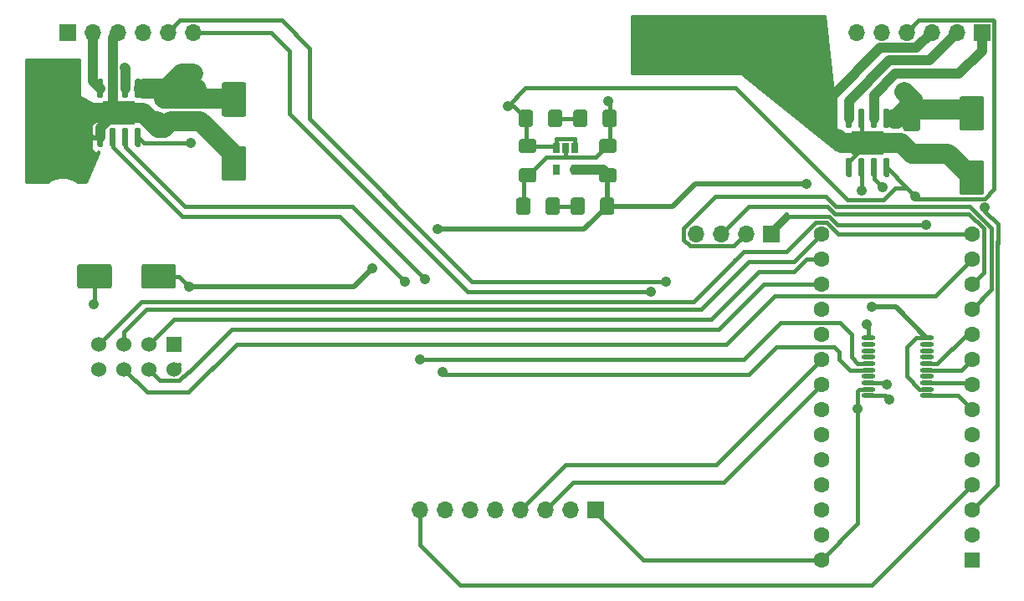
<source format=gbr>
%TF.GenerationSoftware,KiCad,Pcbnew,(5.1.6)-1*%
%TF.CreationDate,2021-03-05T09:23:02-07:00*%
%TF.ProjectId,Main Control Board,4d61696e-2043-46f6-9e74-726f6c20426f,rev?*%
%TF.SameCoordinates,Original*%
%TF.FileFunction,Copper,L1,Top*%
%TF.FilePolarity,Positive*%
%FSLAX46Y46*%
G04 Gerber Fmt 4.6, Leading zero omitted, Abs format (unit mm)*
G04 Created by KiCad (PCBNEW (5.1.6)-1) date 2021-03-05 09:23:02*
%MOMM*%
%LPD*%
G01*
G04 APERTURE LIST*
%TA.AperFunction,SMDPad,CuDef*%
%ADD10R,3.300000X2.410000*%
%TD*%
%TA.AperFunction,ComponentPad*%
%ADD11C,1.524000*%
%TD*%
%TA.AperFunction,ComponentPad*%
%ADD12R,1.524000X1.524000*%
%TD*%
%TA.AperFunction,ComponentPad*%
%ADD13C,1.600000*%
%TD*%
%TA.AperFunction,ComponentPad*%
%ADD14R,1.600000X1.600000*%
%TD*%
%TA.AperFunction,SMDPad,CuDef*%
%ADD15R,0.650000X1.060000*%
%TD*%
%TA.AperFunction,SMDPad,CuDef*%
%ADD16O,1.400000X0.449999*%
%TD*%
%TA.AperFunction,ComponentPad*%
%ADD17O,1.700000X1.700000*%
%TD*%
%TA.AperFunction,ComponentPad*%
%ADD18R,1.700000X1.700000*%
%TD*%
%TA.AperFunction,ViaPad*%
%ADD19C,1.050000*%
%TD*%
%TA.AperFunction,Conductor*%
%ADD20C,0.381000*%
%TD*%
%TA.AperFunction,Conductor*%
%ADD21C,2.000000*%
%TD*%
%TA.AperFunction,Conductor*%
%ADD22C,1.000000*%
%TD*%
%TA.AperFunction,Conductor*%
%ADD23C,0.500000*%
%TD*%
%TA.AperFunction,Conductor*%
%ADD24C,0.254000*%
%TD*%
G04 APERTURE END LIST*
D10*
%TO.P,U3,9*%
%TO.N,GND*%
X182245000Y-72904395D03*
%TO.P,U3,8*%
%TO.N,M2-*%
%TA.AperFunction,SMDPad,CuDef*%
G36*
G01*
X180490000Y-71404395D02*
X180190000Y-71404395D01*
G75*
G02*
X180040000Y-71254395I0J150000D01*
G01*
X180040000Y-69604395D01*
G75*
G02*
X180190000Y-69454395I150000J0D01*
G01*
X180490000Y-69454395D01*
G75*
G02*
X180640000Y-69604395I0J-150000D01*
G01*
X180640000Y-71254395D01*
G75*
G02*
X180490000Y-71404395I-150000J0D01*
G01*
G37*
%TD.AperFunction*%
%TO.P,U3,7*%
%TO.N,GND*%
%TA.AperFunction,SMDPad,CuDef*%
G36*
G01*
X181760000Y-71404395D02*
X181460000Y-71404395D01*
G75*
G02*
X181310000Y-71254395I0J150000D01*
G01*
X181310000Y-69604395D01*
G75*
G02*
X181460000Y-69454395I150000J0D01*
G01*
X181760000Y-69454395D01*
G75*
G02*
X181910000Y-69604395I0J-150000D01*
G01*
X181910000Y-71254395D01*
G75*
G02*
X181760000Y-71404395I-150000J0D01*
G01*
G37*
%TD.AperFunction*%
%TO.P,U3,6*%
%TO.N,M2+*%
%TA.AperFunction,SMDPad,CuDef*%
G36*
G01*
X183030000Y-71404395D02*
X182730000Y-71404395D01*
G75*
G02*
X182580000Y-71254395I0J150000D01*
G01*
X182580000Y-69604395D01*
G75*
G02*
X182730000Y-69454395I150000J0D01*
G01*
X183030000Y-69454395D01*
G75*
G02*
X183180000Y-69604395I0J-150000D01*
G01*
X183180000Y-71254395D01*
G75*
G02*
X183030000Y-71404395I-150000J0D01*
G01*
G37*
%TD.AperFunction*%
%TO.P,U3,5*%
%TO.N,+12V*%
%TA.AperFunction,SMDPad,CuDef*%
G36*
G01*
X184300000Y-71404395D02*
X184000000Y-71404395D01*
G75*
G02*
X183850000Y-71254395I0J150000D01*
G01*
X183850000Y-69604395D01*
G75*
G02*
X184000000Y-69454395I150000J0D01*
G01*
X184300000Y-69454395D01*
G75*
G02*
X184450000Y-69604395I0J-150000D01*
G01*
X184450000Y-71254395D01*
G75*
G02*
X184300000Y-71404395I-150000J0D01*
G01*
G37*
%TD.AperFunction*%
%TO.P,U3,4*%
%TO.N,+5V*%
%TA.AperFunction,SMDPad,CuDef*%
G36*
G01*
X184300000Y-76354395D02*
X184000000Y-76354395D01*
G75*
G02*
X183850000Y-76204395I0J150000D01*
G01*
X183850000Y-74554395D01*
G75*
G02*
X184000000Y-74404395I150000J0D01*
G01*
X184300000Y-74404395D01*
G75*
G02*
X184450000Y-74554395I0J-150000D01*
G01*
X184450000Y-76204395D01*
G75*
G02*
X184300000Y-76354395I-150000J0D01*
G01*
G37*
%TD.AperFunction*%
%TO.P,U3,3*%
%TO.N,M2_IN1*%
%TA.AperFunction,SMDPad,CuDef*%
G36*
G01*
X183030000Y-76354395D02*
X182730000Y-76354395D01*
G75*
G02*
X182580000Y-76204395I0J150000D01*
G01*
X182580000Y-74554395D01*
G75*
G02*
X182730000Y-74404395I150000J0D01*
G01*
X183030000Y-74404395D01*
G75*
G02*
X183180000Y-74554395I0J-150000D01*
G01*
X183180000Y-76204395D01*
G75*
G02*
X183030000Y-76354395I-150000J0D01*
G01*
G37*
%TD.AperFunction*%
%TO.P,U3,2*%
%TO.N,M2_IN2*%
%TA.AperFunction,SMDPad,CuDef*%
G36*
G01*
X181760000Y-76354395D02*
X181460000Y-76354395D01*
G75*
G02*
X181310000Y-76204395I0J150000D01*
G01*
X181310000Y-74554395D01*
G75*
G02*
X181460000Y-74404395I150000J0D01*
G01*
X181760000Y-74404395D01*
G75*
G02*
X181910000Y-74554395I0J-150000D01*
G01*
X181910000Y-76204395D01*
G75*
G02*
X181760000Y-76354395I-150000J0D01*
G01*
G37*
%TD.AperFunction*%
%TO.P,U3,1*%
%TO.N,GND*%
%TA.AperFunction,SMDPad,CuDef*%
G36*
G01*
X180490000Y-76354395D02*
X180190000Y-76354395D01*
G75*
G02*
X180040000Y-76204395I0J150000D01*
G01*
X180040000Y-74554395D01*
G75*
G02*
X180190000Y-74404395I150000J0D01*
G01*
X180490000Y-74404395D01*
G75*
G02*
X180640000Y-74554395I0J-150000D01*
G01*
X180640000Y-76204395D01*
G75*
G02*
X180490000Y-76354395I-150000J0D01*
G01*
G37*
%TD.AperFunction*%
%TD*%
D11*
%TO.P,U5,8*%
%TO.N,N/C*%
X180160395Y-98880395D03*
%TO.P,U5,7*%
%TO.N,MISO*%
X180160395Y-96340395D03*
%TO.P,U5,6*%
%TO.N,MOSI*%
X182700395Y-98880395D03*
%TO.P,U5,5*%
%TO.N,SCK*%
X182700395Y-96340395D03*
%TO.P,U5,4*%
%TO.N,CSN*%
X185240395Y-98880395D03*
%TO.P,U5,3*%
%TO.N,CE*%
X185240395Y-96340395D03*
%TO.P,U5,2*%
%TO.N,+3V3*%
X187780395Y-98880395D03*
D12*
%TO.P,U5,1*%
%TO.N,GND*%
X187780395Y-96340395D03*
%TD*%
D13*
%TO.P,U1,20*%
%TO.N,SCK*%
X253312395Y-85164395D03*
%TO.P,U1,14*%
%TO.N,MISO*%
X268552395Y-85164395D03*
%TO.P,U1,21*%
%TO.N,CE*%
X253312395Y-87704395D03*
%TO.P,U1,22*%
%TO.N,CSN*%
X253312395Y-90244395D03*
%TO.P,U1,23*%
%TO.N,M2_ENCA*%
X253312395Y-92784395D03*
%TO.P,U1,24*%
%TO.N,M2_ENCB*%
X253312395Y-95324395D03*
%TO.P,U1,25*%
%TO.N,MPU_SDA*%
X253312395Y-97864395D03*
%TO.P,U1,26*%
%TO.N,MPU_SCL*%
X253312395Y-100404395D03*
%TO.P,U1,27*%
%TO.N,M1_ENCA*%
X253312395Y-102944395D03*
%TO.P,U1,28*%
%TO.N,M1_ENCB*%
X253312395Y-105484395D03*
%TO.P,U1,29*%
%TO.N,N/C*%
X253312395Y-108024395D03*
%TO.P,U1,30*%
X253312395Y-110564395D03*
%TO.P,U1,31*%
X253312395Y-113104395D03*
%TO.P,U1,32*%
%TO.N,GND*%
X253312395Y-115644395D03*
%TO.P,U1,33*%
%TO.N,+5V*%
X253312395Y-118184395D03*
%TO.P,U1,13*%
%TO.N,MOSI*%
X268552395Y-87704395D03*
%TO.P,U1,12*%
%TO.N,PAYLOAD_SDA*%
X268552395Y-90244395D03*
%TO.P,U1,11*%
%TO.N,PAYLOAD_SCL*%
X268552395Y-92784395D03*
%TO.P,U1,10*%
%TO.N,MCU_M2_IN2*%
X268552395Y-95324395D03*
%TO.P,U1,9*%
%TO.N,MCU_M2_IN1*%
X268552395Y-97864395D03*
%TO.P,U1,8*%
%TO.N,MCU_M1_IN2*%
X268552395Y-100404395D03*
%TO.P,U1,7*%
%TO.N,MCU_M1_IN1*%
X268552395Y-102944395D03*
%TO.P,U1,6*%
%TO.N,N/C*%
X268552395Y-105484395D03*
%TO.P,U1,5*%
X268552395Y-108024395D03*
%TO.P,U1,4*%
%TO.N,MPU_INT*%
X268552395Y-110564395D03*
%TO.P,U1,3*%
%TO.N,PAYLOAD_SHUTDOWN*%
X268552395Y-113104395D03*
%TO.P,U1,2*%
%TO.N,N/C*%
X268552395Y-115644395D03*
D14*
%TO.P,U1,1*%
%TO.N,GND*%
X268552395Y-118184395D03*
%TD*%
%TO.P,C5,2*%
%TO.N,GND*%
%TA.AperFunction,SMDPad,CuDef*%
G36*
G01*
X181506395Y-88482395D02*
X181506395Y-90482395D01*
G75*
G02*
X181256395Y-90732395I-250000J0D01*
G01*
X178256395Y-90732395D01*
G75*
G02*
X178006395Y-90482395I0J250000D01*
G01*
X178006395Y-88482395D01*
G75*
G02*
X178256395Y-88232395I250000J0D01*
G01*
X181256395Y-88232395D01*
G75*
G02*
X181506395Y-88482395I0J-250000D01*
G01*
G37*
%TD.AperFunction*%
%TO.P,C5,1*%
%TO.N,+3V3*%
%TA.AperFunction,SMDPad,CuDef*%
G36*
G01*
X188006395Y-88482395D02*
X188006395Y-90482395D01*
G75*
G02*
X187756395Y-90732395I-250000J0D01*
G01*
X184756395Y-90732395D01*
G75*
G02*
X184506395Y-90482395I0J250000D01*
G01*
X184506395Y-88482395D01*
G75*
G02*
X184756395Y-88232395I250000J0D01*
G01*
X187756395Y-88232395D01*
G75*
G02*
X188006395Y-88482395I0J-250000D01*
G01*
G37*
%TD.AperFunction*%
%TD*%
D15*
%TO.P,U6,5*%
%TO.N,+3V3*%
X228367095Y-78664895D03*
%TO.P,U6,4*%
%TO.N,N/C*%
X226467095Y-78664895D03*
%TO.P,U6,3*%
%TO.N,+5V*%
X226467095Y-76464895D03*
%TO.P,U6,2*%
%TO.N,GND*%
X227417095Y-76464895D03*
%TO.P,U6,1*%
%TO.N,+5V*%
X228367095Y-76464895D03*
%TD*%
D16*
%TO.P,U4,20*%
%TO.N,M1_IN1*%
X258080394Y-101562396D03*
%TO.P,U4,19*%
%TO.N,+5V*%
X258080394Y-100912395D03*
%TO.P,U4,18*%
%TO.N,M1_IN2*%
X258080394Y-100262396D03*
%TO.P,U4,17*%
%TO.N,N/C*%
X258080394Y-99612395D03*
%TO.P,U4,16*%
%TO.N,M2_IN1*%
X258080394Y-98962396D03*
%TO.P,U4,15*%
%TO.N,M2_IN2*%
X258080394Y-98312395D03*
%TO.P,U4,14*%
%TO.N,N/C*%
X258080394Y-97662396D03*
%TO.P,U4,13*%
X258080394Y-97012395D03*
%TO.P,U4,12*%
X258080394Y-96362396D03*
%TO.P,U4,11*%
%TO.N,GND*%
X258080394Y-95712395D03*
%TO.P,U4,10*%
%TO.N,+3V3*%
X263980395Y-95712395D03*
%TO.P,U4,9*%
%TO.N,N/C*%
X263980395Y-96362396D03*
%TO.P,U4,8*%
X263980395Y-97012395D03*
%TO.P,U4,7*%
X263980395Y-97662396D03*
%TO.P,U4,6*%
%TO.N,MCU_M2_IN2*%
X263980395Y-98312395D03*
%TO.P,U4,5*%
%TO.N,MCU_M2_IN1*%
X263980395Y-98962396D03*
%TO.P,U4,4*%
%TO.N,N/C*%
X263980395Y-99612395D03*
%TO.P,U4,3*%
%TO.N,MCU_M1_IN2*%
X263980395Y-100262396D03*
%TO.P,U4,2*%
%TO.N,+3V3*%
X263980395Y-100912395D03*
%TO.P,U4,1*%
%TO.N,MCU_M1_IN1*%
X263980395Y-101562396D03*
%TD*%
D10*
%TO.P,U2,9*%
%TO.N,GND*%
X258011395Y-75955395D03*
%TO.P,U2,8*%
%TO.N,M1-*%
%TA.AperFunction,SMDPad,CuDef*%
G36*
G01*
X256256395Y-74455395D02*
X255956395Y-74455395D01*
G75*
G02*
X255806395Y-74305395I0J150000D01*
G01*
X255806395Y-72655395D01*
G75*
G02*
X255956395Y-72505395I150000J0D01*
G01*
X256256395Y-72505395D01*
G75*
G02*
X256406395Y-72655395I0J-150000D01*
G01*
X256406395Y-74305395D01*
G75*
G02*
X256256395Y-74455395I-150000J0D01*
G01*
G37*
%TD.AperFunction*%
%TO.P,U2,7*%
%TO.N,GND*%
%TA.AperFunction,SMDPad,CuDef*%
G36*
G01*
X257526395Y-74455395D02*
X257226395Y-74455395D01*
G75*
G02*
X257076395Y-74305395I0J150000D01*
G01*
X257076395Y-72655395D01*
G75*
G02*
X257226395Y-72505395I150000J0D01*
G01*
X257526395Y-72505395D01*
G75*
G02*
X257676395Y-72655395I0J-150000D01*
G01*
X257676395Y-74305395D01*
G75*
G02*
X257526395Y-74455395I-150000J0D01*
G01*
G37*
%TD.AperFunction*%
%TO.P,U2,6*%
%TO.N,M1+*%
%TA.AperFunction,SMDPad,CuDef*%
G36*
G01*
X258796395Y-74455395D02*
X258496395Y-74455395D01*
G75*
G02*
X258346395Y-74305395I0J150000D01*
G01*
X258346395Y-72655395D01*
G75*
G02*
X258496395Y-72505395I150000J0D01*
G01*
X258796395Y-72505395D01*
G75*
G02*
X258946395Y-72655395I0J-150000D01*
G01*
X258946395Y-74305395D01*
G75*
G02*
X258796395Y-74455395I-150000J0D01*
G01*
G37*
%TD.AperFunction*%
%TO.P,U2,5*%
%TO.N,+12V*%
%TA.AperFunction,SMDPad,CuDef*%
G36*
G01*
X260066395Y-74455395D02*
X259766395Y-74455395D01*
G75*
G02*
X259616395Y-74305395I0J150000D01*
G01*
X259616395Y-72655395D01*
G75*
G02*
X259766395Y-72505395I150000J0D01*
G01*
X260066395Y-72505395D01*
G75*
G02*
X260216395Y-72655395I0J-150000D01*
G01*
X260216395Y-74305395D01*
G75*
G02*
X260066395Y-74455395I-150000J0D01*
G01*
G37*
%TD.AperFunction*%
%TO.P,U2,4*%
%TO.N,+5V*%
%TA.AperFunction,SMDPad,CuDef*%
G36*
G01*
X260066395Y-79405395D02*
X259766395Y-79405395D01*
G75*
G02*
X259616395Y-79255395I0J150000D01*
G01*
X259616395Y-77605395D01*
G75*
G02*
X259766395Y-77455395I150000J0D01*
G01*
X260066395Y-77455395D01*
G75*
G02*
X260216395Y-77605395I0J-150000D01*
G01*
X260216395Y-79255395D01*
G75*
G02*
X260066395Y-79405395I-150000J0D01*
G01*
G37*
%TD.AperFunction*%
%TO.P,U2,3*%
%TO.N,M1_IN1*%
%TA.AperFunction,SMDPad,CuDef*%
G36*
G01*
X258796395Y-79405395D02*
X258496395Y-79405395D01*
G75*
G02*
X258346395Y-79255395I0J150000D01*
G01*
X258346395Y-77605395D01*
G75*
G02*
X258496395Y-77455395I150000J0D01*
G01*
X258796395Y-77455395D01*
G75*
G02*
X258946395Y-77605395I0J-150000D01*
G01*
X258946395Y-79255395D01*
G75*
G02*
X258796395Y-79405395I-150000J0D01*
G01*
G37*
%TD.AperFunction*%
%TO.P,U2,2*%
%TO.N,M1_IN2*%
%TA.AperFunction,SMDPad,CuDef*%
G36*
G01*
X257526395Y-79405395D02*
X257226395Y-79405395D01*
G75*
G02*
X257076395Y-79255395I0J150000D01*
G01*
X257076395Y-77605395D01*
G75*
G02*
X257226395Y-77455395I150000J0D01*
G01*
X257526395Y-77455395D01*
G75*
G02*
X257676395Y-77605395I0J-150000D01*
G01*
X257676395Y-79255395D01*
G75*
G02*
X257526395Y-79405395I-150000J0D01*
G01*
G37*
%TD.AperFunction*%
%TO.P,U2,1*%
%TO.N,GND*%
%TA.AperFunction,SMDPad,CuDef*%
G36*
G01*
X256256395Y-79405395D02*
X255956395Y-79405395D01*
G75*
G02*
X255806395Y-79255395I0J150000D01*
G01*
X255806395Y-77605395D01*
G75*
G02*
X255956395Y-77455395I150000J0D01*
G01*
X256256395Y-77455395D01*
G75*
G02*
X256406395Y-77605395I0J-150000D01*
G01*
X256406395Y-79255395D01*
G75*
G02*
X256256395Y-79405395I-150000J0D01*
G01*
G37*
%TD.AperFunction*%
%TD*%
%TO.P,R2,2*%
%TO.N,Net-(D2-Pad2)*%
%TA.AperFunction,SMDPad,CuDef*%
G36*
G01*
X229386895Y-81745395D02*
X229386895Y-82995395D01*
G75*
G02*
X229136895Y-83245395I-250000J0D01*
G01*
X228211895Y-83245395D01*
G75*
G02*
X227961895Y-82995395I0J250000D01*
G01*
X227961895Y-81745395D01*
G75*
G02*
X228211895Y-81495395I250000J0D01*
G01*
X229136895Y-81495395D01*
G75*
G02*
X229386895Y-81745395I0J-250000D01*
G01*
G37*
%TD.AperFunction*%
%TO.P,R2,1*%
%TO.N,+3V3*%
%TA.AperFunction,SMDPad,CuDef*%
G36*
G01*
X232361895Y-81745395D02*
X232361895Y-82995395D01*
G75*
G02*
X232111895Y-83245395I-250000J0D01*
G01*
X231186895Y-83245395D01*
G75*
G02*
X230936895Y-82995395I0J250000D01*
G01*
X230936895Y-81745395D01*
G75*
G02*
X231186895Y-81495395I250000J0D01*
G01*
X232111895Y-81495395D01*
G75*
G02*
X232361895Y-81745395I0J-250000D01*
G01*
G37*
%TD.AperFunction*%
%TD*%
%TO.P,R1,2*%
%TO.N,Net-(D1-Pad2)*%
%TA.AperFunction,SMDPad,CuDef*%
G36*
G01*
X225675895Y-74105395D02*
X225675895Y-72855395D01*
G75*
G02*
X225925895Y-72605395I250000J0D01*
G01*
X226850895Y-72605395D01*
G75*
G02*
X227100895Y-72855395I0J-250000D01*
G01*
X227100895Y-74105395D01*
G75*
G02*
X226850895Y-74355395I-250000J0D01*
G01*
X225925895Y-74355395D01*
G75*
G02*
X225675895Y-74105395I0J250000D01*
G01*
G37*
%TD.AperFunction*%
%TO.P,R1,1*%
%TO.N,+5V*%
%TA.AperFunction,SMDPad,CuDef*%
G36*
G01*
X222700895Y-74105395D02*
X222700895Y-72855395D01*
G75*
G02*
X222950895Y-72605395I250000J0D01*
G01*
X223875895Y-72605395D01*
G75*
G02*
X224125895Y-72855395I0J-250000D01*
G01*
X224125895Y-74105395D01*
G75*
G02*
X223875895Y-74355395I-250000J0D01*
G01*
X222950895Y-74355395D01*
G75*
G02*
X222700895Y-74105395I0J250000D01*
G01*
G37*
%TD.AperFunction*%
%TD*%
D17*
%TO.P,J5,4*%
%TO.N,GND*%
X240612395Y-85164395D03*
%TO.P,J5,3*%
%TO.N,PAYLOAD_SDA*%
X243152395Y-85164395D03*
%TO.P,J5,2*%
%TO.N,PAYLOAD_SCL*%
X245692395Y-85164395D03*
D18*
%TO.P,J5,1*%
%TO.N,PAYLOAD_SHUTDOWN*%
X248232395Y-85164395D03*
%TD*%
D17*
%TO.P,J3,6*%
%TO.N,M2_ENCB*%
X189732395Y-64804395D03*
%TO.P,J3,5*%
%TO.N,M2_ENCA*%
X187192395Y-64804395D03*
%TO.P,J3,4*%
%TO.N,+5V*%
X184652395Y-64804395D03*
%TO.P,J3,3*%
%TO.N,GND*%
X182112395Y-64804395D03*
%TO.P,J3,2*%
%TO.N,M2-*%
X179572395Y-64804395D03*
D18*
%TO.P,J3,1*%
%TO.N,M2+*%
X177032395Y-64804395D03*
%TD*%
D17*
%TO.P,J2,8*%
%TO.N,MPU_INT*%
X212672395Y-113104395D03*
%TO.P,J2,7*%
%TO.N,N/C*%
X215212395Y-113104395D03*
%TO.P,J2,6*%
X217752395Y-113104395D03*
%TO.P,J2,5*%
X220292395Y-113104395D03*
%TO.P,J2,4*%
%TO.N,MPU_SDA*%
X222832395Y-113104395D03*
%TO.P,J2,3*%
%TO.N,MPU_SCL*%
X225372395Y-113104395D03*
%TO.P,J2,2*%
%TO.N,GND*%
X227912395Y-113104395D03*
D18*
%TO.P,J2,1*%
%TO.N,+5V*%
X230452395Y-113104395D03*
%TD*%
D17*
%TO.P,J1,6*%
%TO.N,M1_ENCB*%
X256872395Y-64804395D03*
%TO.P,J1,5*%
%TO.N,M1_ENCA*%
X259412395Y-64804395D03*
%TO.P,J1,4*%
%TO.N,+5V*%
X261952395Y-64804395D03*
%TO.P,J1,3*%
%TO.N,GND*%
X264492395Y-64804395D03*
%TO.P,J1,2*%
%TO.N,M1-*%
X267032395Y-64804395D03*
D18*
%TO.P,J1,1*%
%TO.N,M1+*%
X269572395Y-64804395D03*
%TD*%
%TO.P,D2,2*%
%TO.N,Net-(D2-Pad2)*%
%TA.AperFunction,SMDPad,CuDef*%
G36*
G01*
X225421895Y-82995395D02*
X225421895Y-81745395D01*
G75*
G02*
X225671895Y-81495395I250000J0D01*
G01*
X226596895Y-81495395D01*
G75*
G02*
X226846895Y-81745395I0J-250000D01*
G01*
X226846895Y-82995395D01*
G75*
G02*
X226596895Y-83245395I-250000J0D01*
G01*
X225671895Y-83245395D01*
G75*
G02*
X225421895Y-82995395I0J250000D01*
G01*
G37*
%TD.AperFunction*%
%TO.P,D2,1*%
%TO.N,GND*%
%TA.AperFunction,SMDPad,CuDef*%
G36*
G01*
X222446895Y-82995395D02*
X222446895Y-81745395D01*
G75*
G02*
X222696895Y-81495395I250000J0D01*
G01*
X223621895Y-81495395D01*
G75*
G02*
X223871895Y-81745395I0J-250000D01*
G01*
X223871895Y-82995395D01*
G75*
G02*
X223621895Y-83245395I-250000J0D01*
G01*
X222696895Y-83245395D01*
G75*
G02*
X222446895Y-82995395I0J250000D01*
G01*
G37*
%TD.AperFunction*%
%TD*%
%TO.P,D1,2*%
%TO.N,Net-(D1-Pad2)*%
%TA.AperFunction,SMDPad,CuDef*%
G36*
G01*
X229640895Y-72855395D02*
X229640895Y-74105395D01*
G75*
G02*
X229390895Y-74355395I-250000J0D01*
G01*
X228465895Y-74355395D01*
G75*
G02*
X228215895Y-74105395I0J250000D01*
G01*
X228215895Y-72855395D01*
G75*
G02*
X228465895Y-72605395I250000J0D01*
G01*
X229390895Y-72605395D01*
G75*
G02*
X229640895Y-72855395I0J-250000D01*
G01*
G37*
%TD.AperFunction*%
%TO.P,D1,1*%
%TO.N,GND*%
%TA.AperFunction,SMDPad,CuDef*%
G36*
G01*
X232615895Y-72855395D02*
X232615895Y-74105395D01*
G75*
G02*
X232365895Y-74355395I-250000J0D01*
G01*
X231440895Y-74355395D01*
G75*
G02*
X231190895Y-74105395I0J250000D01*
G01*
X231190895Y-72855395D01*
G75*
G02*
X231440895Y-72605395I250000J0D01*
G01*
X232365895Y-72605395D01*
G75*
G02*
X232615895Y-72855395I0J-250000D01*
G01*
G37*
%TD.AperFunction*%
%TD*%
%TO.P,C7,2*%
%TO.N,GND*%
%TA.AperFunction,SMDPad,CuDef*%
G36*
G01*
X232347395Y-76986895D02*
X231097395Y-76986895D01*
G75*
G02*
X230847395Y-76736895I0J250000D01*
G01*
X230847395Y-75811895D01*
G75*
G02*
X231097395Y-75561895I250000J0D01*
G01*
X232347395Y-75561895D01*
G75*
G02*
X232597395Y-75811895I0J-250000D01*
G01*
X232597395Y-76736895D01*
G75*
G02*
X232347395Y-76986895I-250000J0D01*
G01*
G37*
%TD.AperFunction*%
%TO.P,C7,1*%
%TO.N,+3V3*%
%TA.AperFunction,SMDPad,CuDef*%
G36*
G01*
X232347395Y-79961895D02*
X231097395Y-79961895D01*
G75*
G02*
X230847395Y-79711895I0J250000D01*
G01*
X230847395Y-78786895D01*
G75*
G02*
X231097395Y-78536895I250000J0D01*
G01*
X232347395Y-78536895D01*
G75*
G02*
X232597395Y-78786895I0J-250000D01*
G01*
X232597395Y-79711895D01*
G75*
G02*
X232347395Y-79961895I-250000J0D01*
G01*
G37*
%TD.AperFunction*%
%TD*%
%TO.P,C6,2*%
%TO.N,GND*%
%TA.AperFunction,SMDPad,CuDef*%
G36*
G01*
X222969395Y-78536895D02*
X224219395Y-78536895D01*
G75*
G02*
X224469395Y-78786895I0J-250000D01*
G01*
X224469395Y-79711895D01*
G75*
G02*
X224219395Y-79961895I-250000J0D01*
G01*
X222969395Y-79961895D01*
G75*
G02*
X222719395Y-79711895I0J250000D01*
G01*
X222719395Y-78786895D01*
G75*
G02*
X222969395Y-78536895I250000J0D01*
G01*
G37*
%TD.AperFunction*%
%TO.P,C6,1*%
%TO.N,+5V*%
%TA.AperFunction,SMDPad,CuDef*%
G36*
G01*
X222969395Y-75561895D02*
X224219395Y-75561895D01*
G75*
G02*
X224469395Y-75811895I0J-250000D01*
G01*
X224469395Y-76736895D01*
G75*
G02*
X224219395Y-76986895I-250000J0D01*
G01*
X222969395Y-76986895D01*
G75*
G02*
X222719395Y-76736895I0J250000D01*
G01*
X222719395Y-75811895D01*
G75*
G02*
X222969395Y-75561895I250000J0D01*
G01*
G37*
%TD.AperFunction*%
%TD*%
%TO.P,C4,2*%
%TO.N,GND*%
%TA.AperFunction,SMDPad,CuDef*%
G36*
G01*
X192876395Y-76302395D02*
X194876395Y-76302395D01*
G75*
G02*
X195126395Y-76552395I0J-250000D01*
G01*
X195126395Y-79552395D01*
G75*
G02*
X194876395Y-79802395I-250000J0D01*
G01*
X192876395Y-79802395D01*
G75*
G02*
X192626395Y-79552395I0J250000D01*
G01*
X192626395Y-76552395D01*
G75*
G02*
X192876395Y-76302395I250000J0D01*
G01*
G37*
%TD.AperFunction*%
%TO.P,C4,1*%
%TO.N,+12V*%
%TA.AperFunction,SMDPad,CuDef*%
G36*
G01*
X192876395Y-69802395D02*
X194876395Y-69802395D01*
G75*
G02*
X195126395Y-70052395I0J-250000D01*
G01*
X195126395Y-73052395D01*
G75*
G02*
X194876395Y-73302395I-250000J0D01*
G01*
X192876395Y-73302395D01*
G75*
G02*
X192626395Y-73052395I0J250000D01*
G01*
X192626395Y-70052395D01*
G75*
G02*
X192876395Y-69802395I250000J0D01*
G01*
G37*
%TD.AperFunction*%
%TD*%
%TO.P,C3,2*%
%TO.N,GND*%
%TA.AperFunction,SMDPad,CuDef*%
G36*
G01*
X186139395Y-73710895D02*
X187389395Y-73710895D01*
G75*
G02*
X187639395Y-73960895I0J-250000D01*
G01*
X187639395Y-74885895D01*
G75*
G02*
X187389395Y-75135895I-250000J0D01*
G01*
X186139395Y-75135895D01*
G75*
G02*
X185889395Y-74885895I0J250000D01*
G01*
X185889395Y-73960895D01*
G75*
G02*
X186139395Y-73710895I250000J0D01*
G01*
G37*
%TD.AperFunction*%
%TO.P,C3,1*%
%TO.N,+12V*%
%TA.AperFunction,SMDPad,CuDef*%
G36*
G01*
X186139395Y-70735895D02*
X187389395Y-70735895D01*
G75*
G02*
X187639395Y-70985895I0J-250000D01*
G01*
X187639395Y-71910895D01*
G75*
G02*
X187389395Y-72160895I-250000J0D01*
G01*
X186139395Y-72160895D01*
G75*
G02*
X185889395Y-71910895I0J250000D01*
G01*
X185889395Y-70985895D01*
G75*
G02*
X186139395Y-70735895I250000J0D01*
G01*
G37*
%TD.AperFunction*%
%TD*%
%TO.P,C2,2*%
%TO.N,GND*%
%TA.AperFunction,SMDPad,CuDef*%
G36*
G01*
X267552395Y-77722395D02*
X269552395Y-77722395D01*
G75*
G02*
X269802395Y-77972395I0J-250000D01*
G01*
X269802395Y-80972395D01*
G75*
G02*
X269552395Y-81222395I-250000J0D01*
G01*
X267552395Y-81222395D01*
G75*
G02*
X267302395Y-80972395I0J250000D01*
G01*
X267302395Y-77972395D01*
G75*
G02*
X267552395Y-77722395I250000J0D01*
G01*
G37*
%TD.AperFunction*%
%TO.P,C2,1*%
%TO.N,+12V*%
%TA.AperFunction,SMDPad,CuDef*%
G36*
G01*
X267552395Y-71222395D02*
X269552395Y-71222395D01*
G75*
G02*
X269802395Y-71472395I0J-250000D01*
G01*
X269802395Y-74472395D01*
G75*
G02*
X269552395Y-74722395I-250000J0D01*
G01*
X267552395Y-74722395D01*
G75*
G02*
X267302395Y-74472395I0J250000D01*
G01*
X267302395Y-71472395D01*
G75*
G02*
X267552395Y-71222395I250000J0D01*
G01*
G37*
%TD.AperFunction*%
%TD*%
%TO.P,C1,2*%
%TO.N,GND*%
%TA.AperFunction,SMDPad,CuDef*%
G36*
G01*
X261831395Y-76323895D02*
X263081395Y-76323895D01*
G75*
G02*
X263331395Y-76573895I0J-250000D01*
G01*
X263331395Y-77498895D01*
G75*
G02*
X263081395Y-77748895I-250000J0D01*
G01*
X261831395Y-77748895D01*
G75*
G02*
X261581395Y-77498895I0J250000D01*
G01*
X261581395Y-76573895D01*
G75*
G02*
X261831395Y-76323895I250000J0D01*
G01*
G37*
%TD.AperFunction*%
%TO.P,C1,1*%
%TO.N,+12V*%
%TA.AperFunction,SMDPad,CuDef*%
G36*
G01*
X261831395Y-73348895D02*
X263081395Y-73348895D01*
G75*
G02*
X263331395Y-73598895I0J-250000D01*
G01*
X263331395Y-74523895D01*
G75*
G02*
X263081395Y-74773895I-250000J0D01*
G01*
X261831395Y-74773895D01*
G75*
G02*
X261581395Y-74523895I0J250000D01*
G01*
X261581395Y-73598895D01*
G75*
G02*
X261831395Y-73348895I250000J0D01*
G01*
G37*
%TD.AperFunction*%
%TD*%
D19*
%TO.N,GND*%
X257884395Y-94308395D03*
X179652395Y-92276395D03*
X231722395Y-71702395D03*
X260362395Y-75955395D03*
X255663395Y-75955395D03*
X184673395Y-72904395D03*
X179901895Y-72904395D03*
%TO.N,+12V*%
X188605895Y-68908395D03*
X189812395Y-68908395D03*
X262646895Y-71765895D03*
X261694395Y-70813395D03*
%TO.N,+3V3*%
X189304395Y-90498395D03*
X207846395Y-88656895D03*
X214513895Y-84719895D03*
X251851895Y-80084395D03*
X258455895Y-92593895D03*
%TO.N,+5V*%
X221562395Y-72210395D03*
X189494895Y-75956895D03*
X262838895Y-81352895D03*
X256989885Y-102886405D03*
%TO.N,M2_ENCB*%
X236040395Y-91006395D03*
%TO.N,M2_ENCA*%
X237564395Y-89990395D03*
%TO.N,M2+*%
X182835010Y-68364428D03*
%TO.N,PAYLOAD_SHUTDOWN*%
X269823373Y-82528398D03*
X263942996Y-84248885D03*
%TO.N,M1_IN1*%
X260170395Y-101928395D03*
X259554781Y-80484781D03*
%TO.N,M1_IN2*%
X259916395Y-100404395D03*
X257444521Y-80819885D03*
%TO.N,M2_IN1*%
X213180395Y-89736395D03*
X214958395Y-99134395D03*
%TO.N,M2_IN2*%
X211148395Y-89990395D03*
X212672395Y-97864395D03*
%TD*%
D20*
%TO.N,GND*%
X227417095Y-77375895D02*
X227426596Y-77385396D01*
X230484394Y-77385396D02*
X231722395Y-76147395D01*
X227426596Y-77385396D02*
X230484394Y-77385396D01*
X227417095Y-76464895D02*
X227417095Y-77375895D01*
X225458394Y-77385396D02*
X223594395Y-79249395D01*
X227407594Y-77385396D02*
X225458394Y-77385396D01*
X227417095Y-77375895D02*
X227407594Y-77385396D01*
X223159395Y-79684395D02*
X223594395Y-79249395D01*
X223159395Y-82370395D02*
X223159395Y-79684395D01*
X256106395Y-77860395D02*
X258011395Y-75955395D01*
X256106395Y-78430395D02*
X256106395Y-77860395D01*
X257376395Y-75320395D02*
X258011395Y-75955395D01*
X257376395Y-73480395D02*
X257376395Y-75320395D01*
X180922395Y-89482395D02*
X179756395Y-89482395D01*
X258080394Y-95712395D02*
X258080394Y-94504394D01*
X258080394Y-94504394D02*
X257884395Y-94308395D01*
X179756395Y-89482395D02*
X179756395Y-92172395D01*
X179756395Y-92172395D02*
X179652395Y-92276395D01*
X231903395Y-76093395D02*
X231722395Y-76274395D01*
X231903395Y-73480395D02*
X231903395Y-76093395D01*
X231903395Y-73480395D02*
X231903395Y-71883395D01*
X231903395Y-71883395D02*
X231722395Y-71702395D01*
D21*
X261375395Y-75955395D02*
X262456395Y-77036395D01*
X258011395Y-75955395D02*
X260362395Y-75955395D01*
X266116395Y-77036395D02*
X268552395Y-79472395D01*
X262456395Y-77036395D02*
X266116395Y-77036395D01*
D22*
X262942394Y-66354396D02*
X259295394Y-66354396D01*
X264492395Y-64804395D02*
X262942394Y-66354396D01*
X259295394Y-66354396D02*
X254455395Y-71194395D01*
X255361395Y-75955395D02*
X255663395Y-75955395D01*
X254455395Y-71194395D02*
X254455395Y-75049395D01*
D21*
X260362395Y-75955395D02*
X261375395Y-75955395D01*
D22*
X255663395Y-75955395D02*
X258011395Y-75955395D01*
D21*
X182245000Y-72904395D02*
X179901895Y-72904395D01*
X179901895Y-72904395D02*
X184355895Y-72904395D01*
D20*
X184355895Y-72904395D02*
X184673395Y-72904395D01*
D21*
X179901895Y-72904395D02*
X179901895Y-72904395D01*
D22*
X181610000Y-65306790D02*
X182112395Y-64804395D01*
X181610000Y-70429395D02*
X181610000Y-65306790D01*
X181840000Y-72904395D02*
X182245000Y-72904395D01*
X180340000Y-74404395D02*
X181840000Y-72904395D01*
X180340000Y-75379395D02*
X180340000Y-74404395D01*
X181610000Y-72269395D02*
X181610000Y-70429395D01*
X182245000Y-72904395D02*
X181610000Y-72269395D01*
X184673395Y-72904395D02*
X185245395Y-72904395D01*
D21*
X193876395Y-78052395D02*
X193876395Y-77163395D01*
X193876395Y-77163395D02*
X190447395Y-73734395D01*
X187453395Y-73734395D02*
X186764395Y-74423395D01*
X190447395Y-73734395D02*
X187453395Y-73734395D01*
X186764395Y-74423395D02*
X186102395Y-73761395D01*
D22*
X185245395Y-72904395D02*
X186102395Y-73761395D01*
D21*
X186192395Y-74423395D02*
X184673395Y-72904395D01*
X186764395Y-74423395D02*
X186192395Y-74423395D01*
X255361395Y-75955395D02*
X254940895Y-75534895D01*
X258011395Y-75955395D02*
X255361395Y-75955395D01*
D22*
X254455395Y-75049395D02*
X254940895Y-75534895D01*
D20*
%TO.N,+12V*%
X185745395Y-70429395D02*
X186764395Y-71448395D01*
X263980395Y-72972395D02*
X262964395Y-72972395D01*
X263980395Y-72972395D02*
X268552395Y-72972395D01*
X261875395Y-73480395D02*
X262456395Y-74061395D01*
X262456395Y-73480395D02*
X262964395Y-72972395D01*
X262456395Y-74061395D02*
X262456395Y-73480395D01*
D21*
X187084895Y-70429395D02*
X188605895Y-68908395D01*
X185745395Y-70429395D02*
X187084895Y-70429395D01*
X185745395Y-70429395D02*
X184798895Y-70429395D01*
D20*
X184150000Y-70429395D02*
X184798895Y-70429395D01*
D21*
X193772395Y-71448395D02*
X193876395Y-71552395D01*
X186764395Y-71448395D02*
X193772395Y-71448395D01*
X188605895Y-68908395D02*
X189748895Y-68908395D01*
X187084895Y-70429395D02*
X190132895Y-70429395D01*
X260741895Y-73480395D02*
X260932395Y-73480395D01*
D20*
X259916395Y-73480395D02*
X260741895Y-73480395D01*
X260741895Y-73480395D02*
X261875395Y-73480395D01*
D21*
X262646895Y-71765895D02*
X261694395Y-70813395D01*
X268139645Y-72559645D02*
X268552395Y-72972395D01*
X261853145Y-72559645D02*
X268139645Y-72559645D01*
X260932395Y-73480395D02*
X261853145Y-72559645D01*
X261853145Y-72559645D02*
X262646895Y-71765895D01*
D22*
%TO.N,+3V3*%
X231264895Y-78664895D02*
X231722395Y-79122395D01*
X228367095Y-78664895D02*
X231264895Y-78664895D01*
D20*
X262899396Y-95712395D02*
X261948395Y-96663396D01*
X263980395Y-95712395D02*
X262899396Y-95712395D01*
X263284933Y-100912395D02*
X263980395Y-100912395D01*
X261948395Y-99575857D02*
X263284933Y-100912395D01*
X261948395Y-96663396D02*
X261948395Y-99575857D01*
X188288395Y-98372395D02*
X187780395Y-98880395D01*
X187389894Y-89853894D02*
X186627894Y-89853894D01*
X186627894Y-89853894D02*
X186256395Y-89482395D01*
X186256395Y-89482395D02*
X188288395Y-89482395D01*
X188288395Y-89482395D02*
X189304395Y-90498395D01*
D23*
X189304395Y-90498395D02*
X206004895Y-90498395D01*
X206004895Y-90498395D02*
X207846395Y-88656895D01*
X229299895Y-84719895D02*
X231649395Y-82370395D01*
X214513895Y-84719895D02*
X229299895Y-84719895D01*
X231649395Y-79322395D02*
X231722395Y-79249395D01*
X231649395Y-82370395D02*
X231649395Y-79322395D01*
X231649395Y-82370395D02*
X238262895Y-82370395D01*
X238262895Y-82370395D02*
X240548895Y-80084395D01*
X240548895Y-80084395D02*
X251851895Y-80084395D01*
X260861895Y-92593895D02*
X263955387Y-95687387D01*
X258455895Y-92593895D02*
X260861895Y-92593895D01*
D20*
%TO.N,+5V*%
X226276595Y-76274395D02*
X226467095Y-76464895D01*
X223594395Y-76274395D02*
X226276595Y-76274395D01*
X226467095Y-75553895D02*
X226467095Y-76464895D01*
X226476596Y-75544394D02*
X226467095Y-75553895D01*
X228367095Y-75553895D02*
X228357594Y-75544394D01*
X228357594Y-75544394D02*
X226476596Y-75544394D01*
X228367095Y-76464895D02*
X228367095Y-75553895D01*
X230452395Y-113104395D02*
X230452395Y-113358395D01*
X235278395Y-118184395D02*
X253312395Y-118184395D01*
X230452395Y-113358395D02*
X235278395Y-118184395D01*
X261952395Y-64804395D02*
X263192896Y-63563894D01*
X270734796Y-63563894D02*
X270812896Y-63641994D01*
X270812896Y-80617714D02*
X269817705Y-81612905D01*
X270812896Y-63641994D02*
X270812896Y-80617714D01*
X269817705Y-81612905D02*
X263098905Y-81612905D01*
X263192896Y-63563894D02*
X270734796Y-63563894D01*
X223413395Y-76093395D02*
X223594395Y-76274395D01*
X223413395Y-73480395D02*
X223413395Y-76093395D01*
X222143395Y-72210395D02*
X223413395Y-73480395D01*
X221562395Y-72210395D02*
X222143395Y-72210395D01*
X262013395Y-80527395D02*
X260806895Y-80527395D01*
X262013395Y-80527395D02*
X259916395Y-78430395D01*
X263098905Y-81612905D02*
X262838895Y-81352895D01*
X260806895Y-80527395D02*
X259598895Y-81735395D01*
X259598895Y-81735395D02*
X255979395Y-81735395D01*
X223388916Y-70383874D02*
X221562395Y-72210395D01*
X244627874Y-70383874D02*
X223388916Y-70383874D01*
X255979395Y-81735395D02*
X244627874Y-70383874D01*
X184150000Y-75379395D02*
X184727500Y-75956895D01*
X184727500Y-75956895D02*
X189494895Y-75956895D01*
X258080394Y-100912395D02*
X257185895Y-100912395D01*
X256989885Y-114506905D02*
X253312395Y-118184395D01*
X257185895Y-100912395D02*
X256989885Y-101108405D01*
X262838895Y-81352895D02*
X262013395Y-80527395D01*
X256989885Y-101108405D02*
X256989885Y-102886405D01*
X256989885Y-102886405D02*
X256989885Y-114506905D01*
%TO.N,Net-(D1-Pad2)*%
X228928395Y-73480395D02*
X226388395Y-73480395D01*
%TO.N,Net-(D2-Pad2)*%
X226134395Y-82370395D02*
X228674395Y-82370395D01*
D22*
%TO.N,M1-*%
X267032395Y-64804395D02*
X264261895Y-67574895D01*
X264261895Y-67574895D02*
X260233895Y-67574895D01*
X260233895Y-67574895D02*
X256106395Y-71702395D01*
X256106395Y-71702395D02*
X256106395Y-73480395D01*
%TO.N,M1+*%
X269572395Y-66654395D02*
X267254895Y-68971895D01*
X269572395Y-64804395D02*
X269572395Y-66654395D01*
X267254895Y-68971895D02*
X260805395Y-68971895D01*
X258646395Y-71130895D02*
X258646395Y-73480395D01*
X260805395Y-68971895D02*
X258646395Y-71130895D01*
D20*
%TO.N,MPU_INT*%
X268552395Y-110564395D02*
X258392395Y-120724395D01*
X258392395Y-120724395D02*
X216736395Y-120724395D01*
X212672395Y-116660395D02*
X212672395Y-113104395D01*
X216736395Y-120724395D02*
X212672395Y-116660395D01*
%TO.N,MPU_SDA*%
X253312395Y-97864395D02*
X242644395Y-108532395D01*
X227404395Y-108532395D02*
X222832395Y-113104395D01*
X242644395Y-108532395D02*
X227404395Y-108532395D01*
%TO.N,MPU_SCL*%
X225372395Y-113104395D02*
X228166395Y-110310395D01*
X243406395Y-110310395D02*
X253312395Y-100404395D01*
X228166395Y-110310395D02*
X243406395Y-110310395D01*
%TO.N,M2_ENCB*%
X189732395Y-64804395D02*
X197646395Y-64804395D01*
X197646395Y-64804395D02*
X199464395Y-66622395D01*
X199464395Y-66622395D02*
X199464395Y-72972395D01*
X199464395Y-72972395D02*
X217498395Y-91006395D01*
X217498395Y-91006395D02*
X236040395Y-91006395D01*
%TO.N,M2_ENCA*%
X217992533Y-89990395D02*
X201496395Y-73494257D01*
X237564395Y-89990395D02*
X217992533Y-89990395D01*
X201496395Y-73494257D02*
X201496395Y-66368395D01*
X188432896Y-63563894D02*
X187192395Y-64804395D01*
X198691894Y-63563894D02*
X188432896Y-63563894D01*
X201496395Y-66368395D02*
X198691894Y-63563894D01*
D22*
%TO.N,M2-*%
X179572395Y-69661790D02*
X180340000Y-70429395D01*
X179572395Y-64804395D02*
X179572395Y-69661790D01*
%TO.N,M2+*%
X182880000Y-68409418D02*
X182835010Y-68364428D01*
X182880000Y-70429395D02*
X182880000Y-68409418D01*
D20*
%TO.N,PAYLOAD_SDA*%
X254685683Y-83132395D02*
X253923683Y-82370395D01*
X245946395Y-82370395D02*
X243152395Y-85164395D01*
X268238723Y-83132395D02*
X254685683Y-83132395D01*
X253923683Y-82370395D02*
X245946395Y-82370395D01*
X269742896Y-84636568D02*
X268238723Y-83132395D01*
X269742896Y-89053894D02*
X269742896Y-84636568D01*
X268552395Y-90244395D02*
X269742896Y-89053894D01*
%TO.N,PAYLOAD_SCL*%
X259785568Y-82370395D02*
X268310428Y-82370395D01*
X244451894Y-86404896D02*
X240016954Y-86404896D01*
X259776057Y-82379906D02*
X259785568Y-82370395D01*
X254754867Y-82379906D02*
X259776057Y-82379906D01*
X239371894Y-85759836D02*
X239371894Y-84568954D01*
X239371894Y-84568954D02*
X242586453Y-81354395D01*
X253729356Y-81354395D02*
X254754867Y-82379906D01*
X240016954Y-86404896D02*
X239371894Y-85759836D01*
X242586453Y-81354395D02*
X253729356Y-81354395D01*
X268310428Y-82370395D02*
X270511385Y-84571352D01*
X245692395Y-85164395D02*
X244451894Y-86404896D01*
X270511385Y-90825405D02*
X268552395Y-92784395D01*
X270511385Y-84571352D02*
X270511385Y-90825405D01*
%TO.N,PAYLOAD_SHUTDOWN*%
X271092395Y-110564395D02*
X268552395Y-113104395D01*
X271092395Y-85942453D02*
X271092395Y-86180395D01*
X271092395Y-86180395D02*
X271092395Y-110564395D01*
X248232395Y-84656395D02*
X248232395Y-85164395D01*
X249756395Y-83132395D02*
X248232395Y-84656395D01*
X271165406Y-86107384D02*
X271092395Y-86180395D01*
X271165406Y-84221406D02*
X271165406Y-86107384D01*
X269823373Y-82528398D02*
X269823373Y-82879373D01*
X269823373Y-82879373D02*
X271165406Y-84221406D01*
X254980500Y-84248885D02*
X263942996Y-84248885D01*
X250003907Y-83392883D02*
X254124498Y-83392883D01*
X248232395Y-85164395D02*
X250003907Y-83392883D01*
X254124498Y-83392883D02*
X254980500Y-84248885D01*
%TO.N,MCU_M1_IN1*%
X267170396Y-101562396D02*
X268552395Y-102944395D01*
X263980395Y-101562396D02*
X267170396Y-101562396D01*
%TO.N,MCU_M1_IN2*%
X268410396Y-100262396D02*
X268552395Y-100404395D01*
X263980395Y-100262396D02*
X268410396Y-100262396D01*
%TO.N,MCU_M2_IN1*%
X267454394Y-98962396D02*
X268552395Y-97864395D01*
X263980395Y-98962396D02*
X267454394Y-98962396D01*
%TO.N,MCU_M2_IN2*%
X268049394Y-95324395D02*
X268552395Y-95324395D01*
X265061394Y-98312395D02*
X268049394Y-95324395D01*
X263980395Y-98312395D02*
X265061394Y-98312395D01*
%TO.N,MOSI*%
X182700395Y-98880395D02*
X185059404Y-101239404D01*
X264821894Y-91434896D02*
X268552395Y-87704395D01*
X252216896Y-91434896D02*
X248565894Y-91434896D01*
X251867894Y-91434896D02*
X252216896Y-91434896D01*
X252216896Y-91434896D02*
X264821894Y-91434896D01*
X248565894Y-91434896D02*
X243660395Y-96340395D01*
X243660395Y-96340395D02*
X194130395Y-96340395D01*
X189231386Y-101239404D02*
X187599404Y-101239404D01*
X194130395Y-96340395D02*
X189231386Y-101239404D01*
X185059404Y-101239404D02*
X187599404Y-101239404D01*
%TO.N,CSN*%
X185240395Y-98880395D02*
X186392896Y-100032896D01*
X188333596Y-100032896D02*
X189232097Y-99134395D01*
X186392896Y-100032896D02*
X188333596Y-100032896D01*
X189232097Y-99134395D02*
X189304395Y-99134395D01*
X189304395Y-99134395D02*
X193622395Y-94816395D01*
X193622395Y-94816395D02*
X242898395Y-94816395D01*
X247470395Y-90244395D02*
X253312395Y-90244395D01*
X242898395Y-94816395D02*
X247470395Y-90244395D01*
%TO.N,CE*%
X253312395Y-87704395D02*
X251788395Y-87704395D01*
X251788395Y-87704395D02*
X250518395Y-88974395D01*
X250518395Y-88974395D02*
X246962395Y-88974395D01*
X246962395Y-88974395D02*
X242136395Y-93800395D01*
X187780395Y-93800395D02*
X185240395Y-96340395D01*
X242136395Y-93800395D02*
X187780395Y-93800395D01*
%TO.N,MISO*%
X268552395Y-85164395D02*
X255074337Y-85164395D01*
X253883836Y-83973894D02*
X252724896Y-83973894D01*
X255074337Y-85164395D02*
X253883836Y-83973894D01*
X252724896Y-83973894D02*
X249756395Y-86942395D01*
X249756395Y-86942395D02*
X245438395Y-86942395D01*
X245438395Y-86942395D02*
X244676395Y-87704395D01*
X244676395Y-87704395D02*
X244538905Y-87841885D01*
X184478395Y-92022395D02*
X180160395Y-96340395D01*
X244676395Y-87704395D02*
X240358395Y-92022395D01*
X240358395Y-92022395D02*
X184478395Y-92022395D01*
%TO.N,SCK*%
X182700395Y-96340395D02*
X182700395Y-95070395D01*
X182700395Y-95070395D02*
X184986395Y-92784395D01*
X184986395Y-92784395D02*
X241120395Y-92784395D01*
X241120395Y-92784395D02*
X245946395Y-87958395D01*
X250518395Y-87958395D02*
X253312395Y-85164395D01*
X245946395Y-87958395D02*
X250518395Y-87958395D01*
%TO.N,M1_IN1*%
X258534396Y-101562396D02*
X258080394Y-101562396D01*
X259804396Y-101562396D02*
X260170395Y-101928395D01*
X258080394Y-101562396D02*
X259804396Y-101562396D01*
X258646395Y-78430395D02*
X258646395Y-79576395D01*
X258646395Y-79576395D02*
X259554781Y-80484781D01*
%TO.N,M1_IN2*%
X259774396Y-100262396D02*
X258080394Y-100262396D01*
X259916395Y-100404395D02*
X259774396Y-100262396D01*
X257376395Y-78430395D02*
X257376395Y-80751759D01*
X257376395Y-80751759D02*
X257444521Y-80819885D01*
%TO.N,M2_IN1*%
X182880000Y-76354395D02*
X188896000Y-82370395D01*
X182880000Y-75379395D02*
X182880000Y-76354395D01*
X188896000Y-82370395D02*
X205814395Y-82370395D01*
X205814395Y-82370395D02*
X213180395Y-89736395D01*
X258080394Y-98962396D02*
X256188396Y-98962396D01*
X256188396Y-98962396D02*
X255090395Y-97864395D01*
X255090395Y-97864395D02*
X255090395Y-97102395D01*
X255090395Y-97102395D02*
X254582395Y-96594395D01*
X254582395Y-96594395D02*
X248740395Y-96594395D01*
X248740395Y-96594395D02*
X245946395Y-99388395D01*
X245946395Y-99388395D02*
X215212395Y-99388395D01*
X215212395Y-99388395D02*
X214958395Y-99134395D01*
%TO.N,M2_IN2*%
X181610000Y-76354395D02*
X188642000Y-83386395D01*
X181610000Y-75379395D02*
X181610000Y-76354395D01*
X188642000Y-83386395D02*
X204544395Y-83386395D01*
X204544395Y-83386395D02*
X211148395Y-89990395D01*
X256999395Y-98312395D02*
X256360395Y-97673395D01*
X258080394Y-98312395D02*
X256999395Y-98312395D01*
X256360395Y-97673395D02*
X256360395Y-95324395D01*
X255169894Y-94133894D02*
X249168896Y-94133894D01*
X256360395Y-95324395D02*
X255169894Y-94133894D01*
X249168896Y-94133894D02*
X245438395Y-97864395D01*
X245438395Y-97864395D02*
X212672395Y-97864395D01*
%TD*%
D24*
%TO.N,GND*%
G36*
X254582706Y-71648410D02*
G01*
X254822953Y-76633539D01*
X245327468Y-68999914D01*
X245306629Y-68986292D01*
X245283532Y-68976998D01*
X245247895Y-68971895D01*
X234135395Y-68971895D01*
X234135395Y-63066395D01*
X253705712Y-63066395D01*
X254582706Y-71648410D01*
G37*
X254582706Y-71648410D02*
X254822953Y-76633539D01*
X245327468Y-68999914D01*
X245306629Y-68986292D01*
X245283532Y-68976998D01*
X245247895Y-68971895D01*
X234135395Y-68971895D01*
X234135395Y-63066395D01*
X253705712Y-63066395D01*
X254582706Y-71648410D01*
G36*
X178255395Y-71194395D02*
G01*
X178257835Y-71219171D01*
X178265062Y-71242996D01*
X178276798Y-71264952D01*
X178292592Y-71284198D01*
X178311838Y-71299992D01*
X178325599Y-71307987D01*
X179958349Y-72124362D01*
X179960000Y-72618645D01*
X180118750Y-72777395D01*
X180795395Y-72777395D01*
X180795395Y-73031395D01*
X180118750Y-73031395D01*
X179960000Y-73190145D01*
X179958048Y-73774394D01*
X179915518Y-73778583D01*
X179795820Y-73814893D01*
X179685506Y-73873858D01*
X179588815Y-73953210D01*
X179509463Y-74049901D01*
X179450498Y-74160215D01*
X179414188Y-74279913D01*
X179401928Y-74404395D01*
X179405000Y-75093645D01*
X179563750Y-75252395D01*
X180213000Y-75252395D01*
X180213000Y-75232395D01*
X180467000Y-75232395D01*
X180467000Y-75252395D01*
X180487000Y-75252395D01*
X180487000Y-75506395D01*
X180467000Y-75506395D01*
X180467000Y-75526395D01*
X180213000Y-75526395D01*
X180213000Y-75506395D01*
X179563750Y-75506395D01*
X179405000Y-75665145D01*
X179401928Y-76354395D01*
X179414188Y-76478877D01*
X179450498Y-76598575D01*
X179509463Y-76708889D01*
X179588815Y-76805580D01*
X179685506Y-76884932D01*
X179795820Y-76943897D01*
X179915518Y-76980207D01*
X180040000Y-76992467D01*
X180054250Y-76989395D01*
X180212998Y-76830647D01*
X180212998Y-76972254D01*
X178933652Y-79957395D01*
X178058294Y-79957395D01*
X178052744Y-79951845D01*
X177662116Y-79690835D01*
X177228074Y-79511049D01*
X176767297Y-79419395D01*
X176297493Y-79419395D01*
X175836716Y-79511049D01*
X175402674Y-79690835D01*
X175012046Y-79951845D01*
X175006496Y-79957395D01*
X172794395Y-79957395D01*
X172794395Y-67511395D01*
X178255395Y-67511395D01*
X178255395Y-71194395D01*
G37*
X178255395Y-71194395D02*
X178257835Y-71219171D01*
X178265062Y-71242996D01*
X178276798Y-71264952D01*
X178292592Y-71284198D01*
X178311838Y-71299992D01*
X178325599Y-71307987D01*
X179958349Y-72124362D01*
X179960000Y-72618645D01*
X180118750Y-72777395D01*
X180795395Y-72777395D01*
X180795395Y-73031395D01*
X180118750Y-73031395D01*
X179960000Y-73190145D01*
X179958048Y-73774394D01*
X179915518Y-73778583D01*
X179795820Y-73814893D01*
X179685506Y-73873858D01*
X179588815Y-73953210D01*
X179509463Y-74049901D01*
X179450498Y-74160215D01*
X179414188Y-74279913D01*
X179401928Y-74404395D01*
X179405000Y-75093645D01*
X179563750Y-75252395D01*
X180213000Y-75252395D01*
X180213000Y-75232395D01*
X180467000Y-75232395D01*
X180467000Y-75252395D01*
X180487000Y-75252395D01*
X180487000Y-75506395D01*
X180467000Y-75506395D01*
X180467000Y-75526395D01*
X180213000Y-75526395D01*
X180213000Y-75506395D01*
X179563750Y-75506395D01*
X179405000Y-75665145D01*
X179401928Y-76354395D01*
X179414188Y-76478877D01*
X179450498Y-76598575D01*
X179509463Y-76708889D01*
X179588815Y-76805580D01*
X179685506Y-76884932D01*
X179795820Y-76943897D01*
X179915518Y-76980207D01*
X180040000Y-76992467D01*
X180054250Y-76989395D01*
X180212998Y-76830647D01*
X180212998Y-76972254D01*
X178933652Y-79957395D01*
X178058294Y-79957395D01*
X178052744Y-79951845D01*
X177662116Y-79690835D01*
X177228074Y-79511049D01*
X176767297Y-79419395D01*
X176297493Y-79419395D01*
X175836716Y-79511049D01*
X175402674Y-79690835D01*
X175012046Y-79951845D01*
X175006496Y-79957395D01*
X172794395Y-79957395D01*
X172794395Y-67511395D01*
X178255395Y-67511395D01*
X178255395Y-71194395D01*
%TD*%
M02*

</source>
